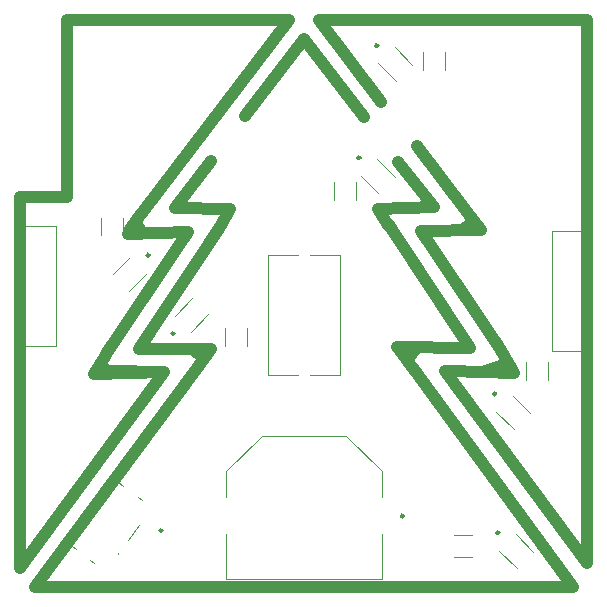
<source format=gto>
G04*
G04 #@! TF.GenerationSoftware,Altium Limited,Altium Designer,23.1.1 (15)*
G04*
G04 Layer_Color=65535*
%FSLAX23Y23*%
%MOIN*%
G70*
G04*
G04 #@! TF.SameCoordinates,7DB063E5-64DA-4751-B351-23BD0CB7D004*
G04*
G04*
G04 #@! TF.FilePolarity,Positive*
G04*
G01*
G75*
%ADD10C,0.010*%
%ADD11C,0.000*%
%ADD12C,0.039*%
D10*
X1278Y236D02*
G03*
X1278Y236I-5J0D01*
G01*
X474Y187D02*
G03*
X474Y187I-5J0D01*
G01*
X1193Y1804D02*
G03*
X1193Y1804I-5J0D01*
G01*
X1134Y1430D02*
G03*
X1134Y1430I-5J0D01*
G01*
X514Y844D02*
G03*
X514Y844I-5J0D01*
G01*
X1597Y180D02*
G03*
X1597Y180I-5J0D01*
G01*
X431Y1105D02*
G03*
X431Y1105I-5J0D01*
G01*
X1586Y643D02*
G03*
X1586Y643I-5J0D01*
G01*
D11*
X685Y384D02*
X804Y501D01*
X1085D02*
X1205Y384D01*
Y298D02*
Y384D01*
X804Y501D02*
X1085D01*
X685Y26D02*
X1205D01*
Y174D01*
X685Y298D02*
Y384D01*
Y26D02*
Y174D01*
X359Y157D02*
X396Y206D01*
X324Y110D02*
X325Y112D01*
X151Y150D02*
X185Y125D01*
X233Y88D02*
X245Y79D01*
X151Y150D02*
X310Y361D01*
X343Y336D01*
X392Y299D02*
X404Y290D01*
X1415Y1722D02*
Y1781D01*
X1343Y1722D02*
Y1781D01*
X1685Y689D02*
Y748D01*
X1758Y689D02*
Y748D01*
X1189Y1424D02*
X1248Y1366D01*
X569Y849D02*
X627Y908D01*
X514Y903D02*
X573Y962D01*
X1597Y120D02*
X1656Y62D01*
X1651Y174D02*
X1710Y116D01*
X964Y707D02*
X1064D01*
Y1107D01*
X964D02*
X1064D01*
X826Y707D02*
X926D01*
X826D02*
Y1107D01*
X926D01*
X1120Y1289D02*
Y1348D01*
X1047Y1289D02*
Y1348D01*
X755Y803D02*
Y863D01*
X682Y803D02*
Y863D01*
X1447Y100D02*
X1506D01*
X1447Y173D02*
X1506D01*
X308Y1041D02*
X366Y1100D01*
X362Y987D02*
X421Y1045D01*
X1587Y583D02*
X1645Y525D01*
X1641Y637D02*
X1700Y579D01*
X19Y1202D02*
X119D01*
Y802D02*
Y1202D01*
X19Y802D02*
X119D01*
X1771Y1186D02*
X1871D01*
X1771Y786D02*
Y1186D01*
Y786D02*
X1871D01*
X268Y1171D02*
Y1230D01*
X341Y1171D02*
Y1230D01*
X157Y1299D02*
Y1890D01*
X0Y1299D02*
X157D01*
X1193Y1745D02*
X1252Y1686D01*
X1248Y1799D02*
X1306Y1740D01*
X1135Y1370D02*
X1193Y1311D01*
D12*
X276Y736D02*
X287Y717D01*
X300Y719D01*
X479Y714D01*
X244Y709D02*
X479Y714D01*
X244Y709D02*
X252Y720D01*
X284Y771D01*
X390Y1205D02*
X406Y1181D01*
X358Y1177D02*
X559Y1182D01*
X358Y1177D02*
X366Y1193D01*
X403Y1243D01*
X1543Y717D02*
X1608Y739D01*
X1543Y717D02*
X1646Y713D01*
X1642Y720D02*
X1646Y713D01*
X1594Y799D02*
X1642Y720D01*
X1474Y1189D02*
X1487Y1199D01*
X1491Y1203D02*
X1512Y1219D01*
X1489Y1249D02*
X1535Y1189D01*
X1335Y1186D02*
X1535Y1189D01*
X996Y1890D02*
X1203Y1616D01*
X1323Y1469D02*
X1489Y1249D01*
X1335Y1186D02*
X1594Y799D01*
X1415Y718D02*
X1555Y717D01*
X1415Y718D02*
X1890Y79D01*
Y1890D01*
X996D02*
X1890D01*
X157D02*
X894D01*
X157Y1299D02*
Y1890D01*
X0Y1299D02*
X157D01*
X0Y63D02*
Y1299D01*
Y63D02*
X479Y714D01*
X287Y775D02*
X559Y1182D01*
X404Y1245D02*
X894Y1890D01*
X582Y784D02*
X606Y764D01*
X1299Y769D02*
X1318Y792D01*
X49Y0D02*
X1841D01*
X1256Y799D02*
X1500Y796D01*
X1256Y799D02*
X1268Y783D01*
X1315Y720D01*
X618Y791D02*
X626D01*
X634D01*
X581Y719D02*
X634Y791D01*
X394Y793D02*
X626Y791D01*
X665Y1200D02*
X699Y1260D01*
X515Y1261D02*
X699Y1260D01*
X1191D02*
X1227Y1206D01*
X1191Y1260D02*
X1379Y1265D01*
X49Y0D02*
X581Y719D01*
X394Y793D02*
X665Y1200D01*
X1229Y1204D02*
X1500Y796D01*
X1309Y728D02*
X1841Y0D01*
X1260Y1417D02*
X1379Y1265D01*
X515Y1261D02*
X635Y1419D01*
X750Y1570D02*
X945Y1825D01*
X1146Y1565D01*
M02*

</source>
